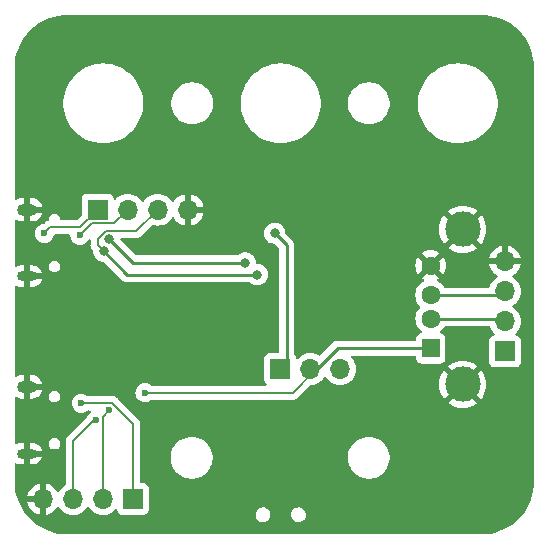
<source format=gbr>
%TF.GenerationSoftware,KiCad,Pcbnew,7.0.6*%
%TF.CreationDate,2023-09-17T17:39:24+01:00*%
%TF.ProjectId,working,776f726b-696e-4672-9e6b-696361645f70,rev?*%
%TF.SameCoordinates,Original*%
%TF.FileFunction,Copper,L2,Bot*%
%TF.FilePolarity,Positive*%
%FSLAX46Y46*%
G04 Gerber Fmt 4.6, Leading zero omitted, Abs format (unit mm)*
G04 Created by KiCad (PCBNEW 7.0.6) date 2023-09-17 17:39:24*
%MOMM*%
%LPD*%
G01*
G04 APERTURE LIST*
%TA.AperFunction,ComponentPad*%
%ADD10R,1.700000X1.700000*%
%TD*%
%TA.AperFunction,ComponentPad*%
%ADD11O,1.700000X1.700000*%
%TD*%
%TA.AperFunction,ComponentPad*%
%ADD12R,1.500000X1.600000*%
%TD*%
%TA.AperFunction,ComponentPad*%
%ADD13C,1.600000*%
%TD*%
%TA.AperFunction,ComponentPad*%
%ADD14C,3.000000*%
%TD*%
%TA.AperFunction,ComponentPad*%
%ADD15O,1.700000X1.000000*%
%TD*%
%TA.AperFunction,ComponentPad*%
%ADD16O,1.700000X0.850000*%
%TD*%
%TA.AperFunction,ViaPad*%
%ADD17C,0.600000*%
%TD*%
%TA.AperFunction,ViaPad*%
%ADD18C,0.800000*%
%TD*%
%TA.AperFunction,Conductor*%
%ADD19C,0.200000*%
%TD*%
%TA.AperFunction,Conductor*%
%ADD20C,0.250000*%
%TD*%
G04 APERTURE END LIST*
D10*
%TO.P,SW2,1,A*%
%TO.N,/select*%
X-40000Y-7500000D03*
D11*
%TO.P,SW2,2,B*%
%TO.N,+5V*%
X2500000Y-7500000D03*
%TO.P,SW2,3,C*%
%TO.N,/slide_switch_out_2*%
X5040000Y-7500000D03*
%TD*%
D10*
%TO.P,J4,1,Pin_1*%
%TO.N,/5v_in_2_zz*%
X-12500000Y-18500000D03*
D11*
%TO.P,J4,2,Pin_2*%
%TO.N,/usb_negative_secondary_1*%
X-15040000Y-18500000D03*
%TO.P,J4,3,Pin_3*%
%TO.N,/usb_positive_secondary_1*%
X-17580000Y-18500000D03*
%TO.P,J4,4,Pin_4*%
%TO.N,GND*%
X-20120000Y-18500000D03*
%TD*%
D10*
%TO.P,J3,1,Pin_1*%
%TO.N,/5v_in_1_zz*%
X-15500000Y6000000D03*
D11*
%TO.P,J3,2,Pin_2*%
%TO.N,/usb_negative_secondary_2*%
X-12960000Y6000000D03*
%TO.P,J3,3,Pin_3*%
%TO.N,/usb_positive_secondary_2*%
X-10420000Y6000000D03*
%TO.P,J3,4,Pin_4*%
%TO.N,GND*%
X-7880000Y6000000D03*
%TD*%
%TO.P,J1,4,Pin_4*%
%TO.N,GND*%
X19000000Y1620000D03*
%TO.P,J1,3,Pin_3*%
%TO.N,/usb_positive_main*%
X19000000Y-920000D03*
%TO.P,J1,2,Pin_2*%
%TO.N,/usb_negative_main*%
X19000000Y-3460000D03*
D10*
%TO.P,J1,1,Pin_1*%
%TO.N,+5V*%
X19000000Y-6000000D03*
%TD*%
D12*
%TO.P,CON3,1,VBUS*%
%TO.N,+5V*%
X12700000Y-5730000D03*
D13*
%TO.P,CON3,2,D-*%
%TO.N,/usb_negative_main*%
X12700000Y-3230000D03*
%TO.P,CON3,3,D+*%
%TO.N,/usb_positive_main*%
X12700000Y-1230000D03*
%TO.P,CON3,4,GND*%
%TO.N,GND*%
X12700000Y1270000D03*
D14*
%TO.P,CON3,5,Shield*%
X15410000Y-8800000D03*
X15410000Y4340000D03*
%TD*%
D15*
%TO.P,CON1,6,Shield*%
%TO.N,GND*%
X-21500000Y6000000D03*
D16*
X-21500000Y350000D03*
%TD*%
D15*
%TO.P,CON2,6,Shield*%
%TO.N,GND*%
X-21500000Y-9000000D03*
D16*
X-21500000Y-14650000D03*
%TD*%
D17*
%TO.N,/5v_in_2_zz*%
X-16900000Y-10400000D03*
%TO.N,/usb_positive_secondary_1*%
X-15639500Y-11812277D03*
%TO.N,/usb_negative_secondary_1*%
X-14500000Y-11000000D03*
%TO.N,/usb_negative_secondary_2*%
X-17000000Y3825000D03*
%TO.N,/5v_in_1_zz*%
X-20000000Y4000000D03*
%TO.N,+5V*%
X-11500000Y-9500000D03*
D18*
%TO.N,GND*%
X4000000Y224500D03*
D17*
X-17000000Y2000000D03*
D18*
%TO.N,/usb_negative_secondary_2*%
X-14500000Y3500000D03*
X-3000000Y1500000D03*
%TO.N,/usb_positive_secondary_2*%
X-2000000Y500000D03*
X-15000000Y2500000D03*
%TO.N,/select*%
X-500000Y4000000D03*
%TD*%
D19*
%TO.N,/5v_in_2_zz*%
X-17000000Y-10500000D02*
X-16900000Y-10400000D01*
X-14251471Y-10400000D02*
X-16900000Y-10400000D01*
X-12500000Y-12151471D02*
X-14251471Y-10400000D01*
X-12500000Y-18500000D02*
X-12500000Y-12151471D01*
%TO.N,/usb_positive_secondary_1*%
X-17580000Y-13580000D02*
X-15639500Y-11639500D01*
X-17580000Y-18500000D02*
X-17580000Y-13580000D01*
X-15639500Y-11639500D02*
X-15639500Y-11812277D01*
%TO.N,/usb_negative_secondary_1*%
X-15040000Y-11540000D02*
X-14500000Y-11000000D01*
X-15040000Y-18500000D02*
X-15040000Y-11540000D01*
%TO.N,/usb_positive_secondary_2*%
X-15500000Y3489950D02*
X-15500000Y3000000D01*
X-14789950Y4200000D02*
X-15500000Y3489950D01*
X-12220000Y4200000D02*
X-14789950Y4200000D01*
X-10420000Y6000000D02*
X-12220000Y4200000D01*
X-15500000Y3000000D02*
X-15000000Y2500000D01*
%TO.N,/usb_negative_secondary_2*%
X-17000000Y4000000D02*
X-17000000Y3825000D01*
X-16000000Y4850000D02*
X-16850000Y4000000D01*
X-14110000Y4850000D02*
X-16000000Y4850000D01*
X-16850000Y4000000D02*
X-17000000Y4000000D01*
X-12960000Y6000000D02*
X-14110000Y4850000D01*
%TO.N,/5v_in_1_zz*%
X-17000000Y4500000D02*
X-19500000Y4500000D01*
X-19500000Y4500000D02*
X-20000000Y4000000D01*
X-15500000Y6000000D02*
X-17000000Y4500000D01*
D20*
%TO.N,/usb_negative_main*%
X18770000Y-3230000D02*
X19000000Y-3460000D01*
X12700000Y-3230000D02*
X18770000Y-3230000D01*
%TO.N,/usb_positive_main*%
X18690000Y-1230000D02*
X19000000Y-920000D01*
X12700000Y-1230000D02*
X18690000Y-1230000D01*
D19*
%TO.N,+5V*%
X3000000Y-7500000D02*
X1000000Y-9500000D01*
X1000000Y-9500000D02*
X-11500000Y-9500000D01*
D20*
X4810000Y-5730000D02*
X12700000Y-5730000D01*
X3040000Y-7500000D02*
X4810000Y-5730000D01*
%TO.N,/usb_negative_secondary_2*%
X-14500000Y3500000D02*
X-12500000Y1500000D01*
X-12500000Y1500000D02*
X-3000000Y1500000D01*
%TO.N,/usb_positive_secondary_2*%
X-15000000Y2500000D02*
X-13000000Y500000D01*
X-13000000Y500000D02*
X-2000000Y500000D01*
%TO.N,/select*%
X500000Y3000000D02*
X500000Y-7500000D01*
X-500000Y4000000D02*
X500000Y3000000D01*
%TD*%
%TA.AperFunction,Conductor*%
%TO.N,GND*%
G36*
X17354467Y22482472D02*
G01*
X17358770Y22482095D01*
X17743657Y22431424D01*
X17747912Y22430674D01*
X18126906Y22346653D01*
X18131080Y22345535D01*
X18501324Y22228797D01*
X18505384Y22227320D01*
X18864042Y22078759D01*
X18867958Y22076934D01*
X19212294Y21897684D01*
X19216036Y21895523D01*
X19543457Y21686933D01*
X19546996Y21684455D01*
X19854972Y21448136D01*
X19858282Y21445359D01*
X20144507Y21183082D01*
X20147562Y21180027D01*
X20409822Y20893822D01*
X20412599Y20890512D01*
X20648923Y20582529D01*
X20651401Y20578990D01*
X20859991Y20251569D01*
X20862152Y20247827D01*
X21041402Y19903491D01*
X21043227Y19899575D01*
X21191789Y19540917D01*
X21193266Y19536857D01*
X21310004Y19166614D01*
X21311122Y19162440D01*
X21395143Y18783445D01*
X21395893Y18779190D01*
X21446565Y18394304D01*
X21446942Y18390000D01*
X21463966Y18000091D01*
X21463966Y-17000000D01*
X21446938Y-17390000D01*
X21446561Y-17394304D01*
X21395889Y-17779190D01*
X21395139Y-17783445D01*
X21311118Y-18162439D01*
X21310000Y-18166613D01*
X21193262Y-18536856D01*
X21191785Y-18540916D01*
X21043224Y-18899573D01*
X21041398Y-18903489D01*
X20862148Y-19247825D01*
X20859987Y-19251567D01*
X20651398Y-19578987D01*
X20648920Y-19582527D01*
X20412601Y-19890504D01*
X20409824Y-19893814D01*
X20147548Y-20180036D01*
X20144493Y-20183091D01*
X20127190Y-20198946D01*
X19858283Y-20445354D01*
X19854977Y-20448128D01*
X19546994Y-20684452D01*
X19543454Y-20686930D01*
X19216034Y-20895519D01*
X19212292Y-20897680D01*
X18867956Y-21076930D01*
X18864040Y-21078755D01*
X18505383Y-21227316D01*
X18501323Y-21228793D01*
X18131079Y-21345531D01*
X18126905Y-21346649D01*
X17747911Y-21430670D01*
X17743656Y-21431420D01*
X17358770Y-21482091D01*
X17354467Y-21482468D01*
X16964374Y-21499500D01*
X-18035534Y-21499500D01*
X-18425534Y-21482472D01*
X-18429838Y-21482095D01*
X-18814724Y-21431423D01*
X-18818979Y-21430673D01*
X-19197973Y-21346652D01*
X-19202147Y-21345534D01*
X-19572391Y-21228796D01*
X-19576451Y-21227319D01*
X-19935108Y-21078758D01*
X-19939024Y-21076932D01*
X-20283360Y-20897682D01*
X-20287102Y-20895521D01*
X-20614522Y-20686932D01*
X-20618062Y-20684454D01*
X-20926045Y-20448130D01*
X-20929355Y-20445353D01*
X-21198262Y-20198945D01*
X-21215571Y-20183083D01*
X-21218622Y-20180033D01*
X-21431115Y-19948138D01*
X-21480893Y-19893814D01*
X-21483664Y-19890511D01*
X-21719988Y-19582528D01*
X-21722466Y-19578988D01*
X-21931055Y-19251568D01*
X-21933216Y-19247826D01*
X-22112466Y-18903490D01*
X-22114292Y-18899574D01*
X-22176248Y-18750000D01*
X-21450636Y-18750000D01*
X-21393430Y-18963489D01*
X-21293600Y-19177577D01*
X-21158113Y-19371073D01*
X-20991073Y-19538113D01*
X-20797577Y-19673600D01*
X-20583490Y-19773430D01*
X-20370000Y-19830633D01*
X-20370000Y-18935501D01*
X-20262315Y-18984680D01*
X-20155763Y-19000000D01*
X-20084237Y-19000000D01*
X-19977685Y-18984680D01*
X-19870000Y-18935501D01*
X-19870000Y-19830634D01*
X-19656509Y-19773430D01*
X-19442422Y-19673600D01*
X-19248926Y-19538113D01*
X-19081886Y-19371073D01*
X-18946399Y-19177577D01*
X-18940001Y-19163856D01*
X-18898273Y-19119108D01*
X-18838212Y-19107433D01*
X-18782759Y-19133291D01*
X-18760551Y-19163857D01*
X-18754035Y-19177830D01*
X-18618495Y-19371401D01*
X-18451401Y-19538495D01*
X-18257830Y-19674035D01*
X-18043663Y-19773903D01*
X-17815408Y-19835063D01*
X-17815401Y-19835063D01*
X-17815400Y-19835064D01*
X-17580004Y-19855659D01*
X-17580000Y-19855659D01*
X-17579996Y-19855659D01*
X-17344599Y-19835064D01*
X-17344596Y-19835063D01*
X-17344592Y-19835063D01*
X-17116337Y-19773903D01*
X-16902170Y-19674035D01*
X-16708599Y-19538495D01*
X-16541505Y-19371401D01*
X-16540807Y-19370405D01*
X-16435028Y-19219336D01*
X-16405965Y-19177830D01*
X-16399724Y-19164447D01*
X-16357997Y-19119700D01*
X-16297936Y-19108025D01*
X-16242483Y-19133883D01*
X-16220275Y-19164447D01*
X-16214035Y-19177830D01*
X-16078495Y-19371401D01*
X-15911401Y-19538495D01*
X-15717830Y-19674035D01*
X-15503663Y-19773903D01*
X-15275408Y-19835063D01*
X-15275401Y-19835063D01*
X-15275400Y-19835064D01*
X-15040004Y-19855659D01*
X-15040000Y-19855659D01*
X-15039996Y-19855659D01*
X-14804599Y-19835064D01*
X-14804596Y-19835063D01*
X-14804592Y-19835063D01*
X-14576337Y-19773903D01*
X-14362170Y-19674035D01*
X-14168599Y-19538495D01*
X-14014042Y-19383938D01*
X-13959528Y-19356163D01*
X-13899096Y-19365734D01*
X-13855831Y-19408999D01*
X-13845608Y-19443364D01*
X-13844091Y-19457483D01*
X-13793796Y-19592331D01*
X-13707546Y-19707546D01*
X-13592331Y-19793796D01*
X-13592329Y-19793796D01*
X-13592329Y-19793797D01*
X-13527356Y-19818030D01*
X-13457483Y-19844091D01*
X-13397873Y-19850500D01*
X-11602128Y-19850499D01*
X-11542517Y-19844091D01*
X-11542514Y-19844090D01*
X-11407670Y-19793797D01*
X-11403148Y-19790412D01*
X-2129227Y-19790412D01*
X-2119304Y-19948138D01*
X-2070467Y-20098441D01*
X-1985786Y-20231877D01*
X-1870582Y-20340062D01*
X-1732092Y-20416197D01*
X-1579019Y-20455500D01*
X-1579018Y-20455500D01*
X-1460649Y-20455500D01*
X-1343213Y-20440665D01*
X-1343210Y-20440664D01*
X-1343208Y-20440664D01*
X-1196268Y-20382486D01*
X-1068412Y-20289594D01*
X-967676Y-20167823D01*
X-900385Y-20024825D01*
X-870773Y-19869593D01*
X-870772Y-19869588D01*
X-875754Y-19790408D01*
X870772Y-19790408D01*
X880695Y-19948134D01*
X929533Y-20098443D01*
X993315Y-20198946D01*
X1014214Y-20231877D01*
X1129418Y-20340062D01*
X1267908Y-20416197D01*
X1420981Y-20455500D01*
X1420982Y-20455500D01*
X1539351Y-20455500D01*
X1656786Y-20440665D01*
X1656787Y-20440664D01*
X1656792Y-20440664D01*
X1803732Y-20382486D01*
X1931587Y-20289594D01*
X2032324Y-20167823D01*
X2099614Y-20024826D01*
X2129227Y-19869588D01*
X2119304Y-19711862D01*
X2070467Y-19561559D01*
X2070466Y-19561558D01*
X2070466Y-19561556D01*
X1985786Y-19428123D01*
X1985786Y-19428122D01*
X1870582Y-19319938D01*
X1732092Y-19243803D01*
X1732091Y-19243802D01*
X1732090Y-19243802D01*
X1579020Y-19204500D01*
X1579019Y-19204500D01*
X1460650Y-19204500D01*
X1460649Y-19204500D01*
X1343213Y-19219334D01*
X1343206Y-19219336D01*
X1196269Y-19277513D01*
X1196268Y-19277513D01*
X1068412Y-19370405D01*
X967676Y-19492176D01*
X900385Y-19635174D01*
X870772Y-19790408D01*
X-875754Y-19790408D01*
X-880695Y-19711865D01*
X-929533Y-19561556D01*
X-1014213Y-19428123D01*
X-1129419Y-19319937D01*
X-1267909Y-19243802D01*
X-1420979Y-19204500D01*
X-1420981Y-19204500D01*
X-1539350Y-19204500D01*
X-1539351Y-19204500D01*
X-1656786Y-19219334D01*
X-1656793Y-19219336D01*
X-1803730Y-19277513D01*
X-1803731Y-19277513D01*
X-1931587Y-19370405D01*
X-2003627Y-19457488D01*
X-2032324Y-19492177D01*
X-2074840Y-19582527D01*
X-2099614Y-19635174D01*
X-2129227Y-19790408D01*
X-2129226Y-19790411D01*
X-2129227Y-19790412D01*
X-11403148Y-19790412D01*
X-11292458Y-19707549D01*
X-11292457Y-19707548D01*
X-11292454Y-19707546D01*
X-11292450Y-19707541D01*
X-11206202Y-19592329D01*
X-11155910Y-19457488D01*
X-11155908Y-19457477D01*
X-11149500Y-19397870D01*
X-11149500Y-17602133D01*
X-11149501Y-17602129D01*
X-11155908Y-17542519D01*
X-11155909Y-17542514D01*
X-11206202Y-17407670D01*
X-11292450Y-17292458D01*
X-11292458Y-17292450D01*
X-11407670Y-17206202D01*
X-11542511Y-17155910D01*
X-11542522Y-17155908D01*
X-11577636Y-17152133D01*
X-11602127Y-17149500D01*
X-11602130Y-17149500D01*
X-11800500Y-17149500D01*
X-11858691Y-17130593D01*
X-11894655Y-17081093D01*
X-11899500Y-17050500D01*
X-11899500Y-15133055D01*
X-9311034Y-15133055D01*
X-9271373Y-15396194D01*
X-9192935Y-15650482D01*
X-9077474Y-15890239D01*
X-8927569Y-16110110D01*
X-8746567Y-16305183D01*
X-8538514Y-16471101D01*
X-8308055Y-16604156D01*
X-8060339Y-16701377D01*
X-7800901Y-16760593D01*
X-7710480Y-16767368D01*
X-7601982Y-16775500D01*
X-7601976Y-16775500D01*
X-7469086Y-16775500D01*
X-7349737Y-16766555D01*
X-7270167Y-16760593D01*
X-7010729Y-16701377D01*
X-7010728Y-16701376D01*
X-7010725Y-16701376D01*
X-6858066Y-16641461D01*
X-6763013Y-16604156D01*
X-6763004Y-16604151D01*
X-6763000Y-16604149D01*
X-6532552Y-16471100D01*
X-6324498Y-16305181D01*
X-6143504Y-16110116D01*
X-6143502Y-16110113D01*
X-6143499Y-16110110D01*
X-5993594Y-15890240D01*
X-5878133Y-15650482D01*
X-5854849Y-15574998D01*
X-5799696Y-15396198D01*
X-5799694Y-15396189D01*
X-5760034Y-15133058D01*
X5688966Y-15133058D01*
X5728626Y-15396189D01*
X5728628Y-15396198D01*
X5783781Y-15574998D01*
X5807065Y-15650482D01*
X5922526Y-15890239D01*
X6072431Y-16110110D01*
X6072434Y-16110113D01*
X6072436Y-16110116D01*
X6253430Y-16305181D01*
X6461484Y-16471100D01*
X6691932Y-16604149D01*
X6691936Y-16604151D01*
X6691945Y-16604156D01*
X6786998Y-16641461D01*
X6939657Y-16701376D01*
X6939660Y-16701376D01*
X6939661Y-16701377D01*
X7199099Y-16760593D01*
X7278669Y-16766555D01*
X7398018Y-16775500D01*
X7398024Y-16775500D01*
X7530914Y-16775500D01*
X7639412Y-16767368D01*
X7729833Y-16760593D01*
X7989271Y-16701377D01*
X8236987Y-16604156D01*
X8467446Y-16471101D01*
X8675499Y-16305183D01*
X8856501Y-16110110D01*
X9006406Y-15890240D01*
X9121867Y-15650482D01*
X9200305Y-15396194D01*
X9239966Y-15133055D01*
X9239966Y-14866945D01*
X9200305Y-14603806D01*
X9121867Y-14349518D01*
X9006406Y-14109761D01*
X8856501Y-13889890D01*
X8856495Y-13889883D01*
X8675501Y-13694818D01*
X8467447Y-13528899D01*
X8236999Y-13395850D01*
X8236990Y-13395845D01*
X8236987Y-13395844D01*
X8236983Y-13395842D01*
X8236980Y-13395841D01*
X7989274Y-13298623D01*
X7729834Y-13239407D01*
X7729828Y-13239406D01*
X7530914Y-13224500D01*
X7530908Y-13224500D01*
X7398024Y-13224500D01*
X7398018Y-13224500D01*
X7199103Y-13239406D01*
X7199097Y-13239407D01*
X6939657Y-13298623D01*
X6691951Y-13395841D01*
X6691932Y-13395850D01*
X6461484Y-13528899D01*
X6253430Y-13694818D01*
X6072436Y-13889883D01*
X6072431Y-13889889D01*
X6072431Y-13889890D01*
X5922526Y-14109760D01*
X5922526Y-14109761D01*
X5922522Y-14109767D01*
X5807065Y-14349517D01*
X5728628Y-14603801D01*
X5728626Y-14603810D01*
X5688966Y-14866941D01*
X5688966Y-15133058D01*
X-5760034Y-15133058D01*
X-5760034Y-14866941D01*
X-5799694Y-14603810D01*
X-5799696Y-14603801D01*
X-5878133Y-14349517D01*
X-5993590Y-14109768D01*
X-5993592Y-14109764D01*
X-5993594Y-14109761D01*
X-6143499Y-13889890D01*
X-6143499Y-13889889D01*
X-6143504Y-13889883D01*
X-6324498Y-13694818D01*
X-6532552Y-13528899D01*
X-6763000Y-13395850D01*
X-6763019Y-13395841D01*
X-7010725Y-13298623D01*
X-7270165Y-13239407D01*
X-7270171Y-13239406D01*
X-7469086Y-13224500D01*
X-7469092Y-13224500D01*
X-7601976Y-13224500D01*
X-7601982Y-13224500D01*
X-7800896Y-13239406D01*
X-7800902Y-13239407D01*
X-8060342Y-13298623D01*
X-8308048Y-13395841D01*
X-8308051Y-13395842D01*
X-8308055Y-13395844D01*
X-8308058Y-13395845D01*
X-8308067Y-13395850D01*
X-8538515Y-13528899D01*
X-8746569Y-13694818D01*
X-8927563Y-13889883D01*
X-8927569Y-13889890D01*
X-9077474Y-14109760D01*
X-9192935Y-14349518D01*
X-9271373Y-14603806D01*
X-9311034Y-14866945D01*
X-9311034Y-15133055D01*
X-11899500Y-15133055D01*
X-11899500Y-12194079D01*
X-11899076Y-12187611D01*
X-11894318Y-12151471D01*
X-11894318Y-12151470D01*
X-11914955Y-11994712D01*
X-11914957Y-11994704D01*
X-11975462Y-11848632D01*
X-11975465Y-11848627D01*
X-11996255Y-11821533D01*
X-12008509Y-11805565D01*
X-12037070Y-11768342D01*
X-12071714Y-11723193D01*
X-12071719Y-11723188D01*
X-12100638Y-11700996D01*
X-12105510Y-11696724D01*
X-13796724Y-10005510D01*
X-13800996Y-10000638D01*
X-13813319Y-9984580D01*
X-13823189Y-9971718D01*
X-13823191Y-9971716D01*
X-13823194Y-9971713D01*
X-13948632Y-9875462D01*
X-14094704Y-9814957D01*
X-14094712Y-9814955D01*
X-14212110Y-9799500D01*
X-14251471Y-9794318D01*
X-14251472Y-9794318D01*
X-14287612Y-9799076D01*
X-14294080Y-9799500D01*
X-16327415Y-9799500D01*
X-16385606Y-9780593D01*
X-16397412Y-9770509D01*
X-16397738Y-9770184D01*
X-16397738Y-9770183D01*
X-16397741Y-9770181D01*
X-16550476Y-9674211D01*
X-16720738Y-9614633D01*
X-16720742Y-9614632D01*
X-16900000Y-9594435D01*
X-17079257Y-9614632D01*
X-17079261Y-9614633D01*
X-17249522Y-9674211D01*
X-17249523Y-9674211D01*
X-17402258Y-9770181D01*
X-17402259Y-9770182D01*
X-17402262Y-9770184D01*
X-17529816Y-9897738D01*
X-17529817Y-9897740D01*
X-17529818Y-9897741D01*
X-17610760Y-10026560D01*
X-17625789Y-10050478D01*
X-17685368Y-10220745D01*
X-17705565Y-10400000D01*
X-17685368Y-10579255D01*
X-17625789Y-10749522D01*
X-17529816Y-10902262D01*
X-17402262Y-11029816D01*
X-17249522Y-11125789D01*
X-17101859Y-11177458D01*
X-17088815Y-11182023D01*
X-17079255Y-11185368D01*
X-16900000Y-11205565D01*
X-16720745Y-11185368D01*
X-16720742Y-11185367D01*
X-16720738Y-11185366D01*
X-16651145Y-11161014D01*
X-16550478Y-11125789D01*
X-16397738Y-11029816D01*
X-16397416Y-11029494D01*
X-16397192Y-11029380D01*
X-16393395Y-11026352D01*
X-16392774Y-11027129D01*
X-16342902Y-11001719D01*
X-16327415Y-11000500D01*
X-16195810Y-11000500D01*
X-16137619Y-11019407D01*
X-16101655Y-11068907D01*
X-16101655Y-11130093D01*
X-16137619Y-11179593D01*
X-16141213Y-11182023D01*
X-16141758Y-11182458D01*
X-16141759Y-11182459D01*
X-16141762Y-11182461D01*
X-16269316Y-11310015D01*
X-16269317Y-11310017D01*
X-16269318Y-11310018D01*
X-16365287Y-11462751D01*
X-16365287Y-11462752D01*
X-16365289Y-11462755D01*
X-16386513Y-11523412D01*
X-16409954Y-11560719D01*
X-17974491Y-13125255D01*
X-17979365Y-13129529D01*
X-18008276Y-13151713D01*
X-18008277Y-13151714D01*
X-18008282Y-13151718D01*
X-18032450Y-13183215D01*
X-18104536Y-13277159D01*
X-18165044Y-13423238D01*
X-18165044Y-13423241D01*
X-18185682Y-13579999D01*
X-18185682Y-13580000D01*
X-18180924Y-13616140D01*
X-18180500Y-13622608D01*
X-18180500Y-17226836D01*
X-18199407Y-17285027D01*
X-18237657Y-17316558D01*
X-18257829Y-17325965D01*
X-18258447Y-17326398D01*
X-18451396Y-17461501D01*
X-18451397Y-17461502D01*
X-18451401Y-17461505D01*
X-18618495Y-17628599D01*
X-18723939Y-17779190D01*
X-18754036Y-17822173D01*
X-18754038Y-17822177D01*
X-18760552Y-17836145D01*
X-18802281Y-17880893D01*
X-18862342Y-17892567D01*
X-18917795Y-17866708D01*
X-18940000Y-17836146D01*
X-18946398Y-17822424D01*
X-19081886Y-17628926D01*
X-19248926Y-17461886D01*
X-19442422Y-17326399D01*
X-19656510Y-17226569D01*
X-19870000Y-17169364D01*
X-19870000Y-18064498D01*
X-19977685Y-18015320D01*
X-20084237Y-18000000D01*
X-20155763Y-18000000D01*
X-20262315Y-18015320D01*
X-20370000Y-18064498D01*
X-20370000Y-17169364D01*
X-20583494Y-17226570D01*
X-20797567Y-17326394D01*
X-20797575Y-17326398D01*
X-20991073Y-17461886D01*
X-21158113Y-17628926D01*
X-21293601Y-17822424D01*
X-21293605Y-17822432D01*
X-21393429Y-18036505D01*
X-21450636Y-18250000D01*
X-20553686Y-18250000D01*
X-20579493Y-18290156D01*
X-20620000Y-18428111D01*
X-20620000Y-18571889D01*
X-20579493Y-18709844D01*
X-20553686Y-18750000D01*
X-21450636Y-18750000D01*
X-22176248Y-18750000D01*
X-22262853Y-18540917D01*
X-22264330Y-18536857D01*
X-22381068Y-18166613D01*
X-22382186Y-18162439D01*
X-22466207Y-17783445D01*
X-22466957Y-17779190D01*
X-22517629Y-17394304D01*
X-22518006Y-17390000D01*
X-22535034Y-17000000D01*
X-22535034Y-15537367D01*
X-22516127Y-15479176D01*
X-22466627Y-15443212D01*
X-22405441Y-15443212D01*
X-22386533Y-15451631D01*
X-22303308Y-15499681D01*
X-22118379Y-15559769D01*
X-21973476Y-15574999D01*
X-21973472Y-15575000D01*
X-21750001Y-15575000D01*
X-21750000Y-15574999D01*
X-21750000Y-14900000D01*
X-21249999Y-14900000D01*
X-21250000Y-14900001D01*
X-21250000Y-15574998D01*
X-21249999Y-15575000D01*
X-21026528Y-15575000D01*
X-21026523Y-15574999D01*
X-20881620Y-15559769D01*
X-20696691Y-15499681D01*
X-20696686Y-15499679D01*
X-20528307Y-15402464D01*
X-20528301Y-15402460D01*
X-20383809Y-15272359D01*
X-20383808Y-15272358D01*
X-20269512Y-15115044D01*
X-20269508Y-15115037D01*
X-20190428Y-14937419D01*
X-20190426Y-14937411D01*
X-20182474Y-14900000D01*
X-21125376Y-14900000D01*
X-21052455Y-14885495D01*
X-20969760Y-14830240D01*
X-20914505Y-14747545D01*
X-20895102Y-14650000D01*
X-20914505Y-14552455D01*
X-20969760Y-14469760D01*
X-21052455Y-14414505D01*
X-21125376Y-14400000D01*
X-20182474Y-14400000D01*
X-20190426Y-14362588D01*
X-20190427Y-14362584D01*
X-20269510Y-14184959D01*
X-20269512Y-14184956D01*
X-20383809Y-14027640D01*
X-20528301Y-13897539D01*
X-20528307Y-13897535D01*
X-20535526Y-13893367D01*
X-19625500Y-13893367D01*
X-19586978Y-14024561D01*
X-19513055Y-14139589D01*
X-19409718Y-14229130D01*
X-19347529Y-14257530D01*
X-19285345Y-14285930D01*
X-19285343Y-14285930D01*
X-19285342Y-14285931D01*
X-19285337Y-14285931D01*
X-19285336Y-14285932D01*
X-19184016Y-14300500D01*
X-19184011Y-14300500D01*
X-19115984Y-14300500D01*
X-19014663Y-14285932D01*
X-19014659Y-14285931D01*
X-19014658Y-14285931D01*
X-19014657Y-14285930D01*
X-19014654Y-14285930D01*
X-18890284Y-14229131D01*
X-18890283Y-14229130D01*
X-18890282Y-14229130D01*
X-18786945Y-14139589D01*
X-18713022Y-14024561D01*
X-18674500Y-13893367D01*
X-18674500Y-13756633D01*
X-18674500Y-13756632D01*
X-18674500Y-13756631D01*
X-18713021Y-13625441D01*
X-18713022Y-13625439D01*
X-18786945Y-13510411D01*
X-18786946Y-13510410D01*
X-18890284Y-13420868D01*
X-19014654Y-13364069D01*
X-19014663Y-13364067D01*
X-19115984Y-13349500D01*
X-19115989Y-13349500D01*
X-19184011Y-13349500D01*
X-19184016Y-13349500D01*
X-19285336Y-13364067D01*
X-19285345Y-13364069D01*
X-19409715Y-13420868D01*
X-19409716Y-13420869D01*
X-19409718Y-13420870D01*
X-19513055Y-13510411D01*
X-19586978Y-13625439D01*
X-19625500Y-13756633D01*
X-19625500Y-13893367D01*
X-20535526Y-13893367D01*
X-20696686Y-13800320D01*
X-20696691Y-13800318D01*
X-20881620Y-13740230D01*
X-21026523Y-13725000D01*
X-21249999Y-13725000D01*
X-21250000Y-13725001D01*
X-21250000Y-14399998D01*
X-21249999Y-14400000D01*
X-21750000Y-14400000D01*
X-21750000Y-13725001D01*
X-21750001Y-13725000D01*
X-21973476Y-13725000D01*
X-22118379Y-13740230D01*
X-22303308Y-13800318D01*
X-22303313Y-13800320D01*
X-22386534Y-13848368D01*
X-22446382Y-13861090D01*
X-22502278Y-13836203D01*
X-22532871Y-13783215D01*
X-22535034Y-13762632D01*
X-22535034Y-9931106D01*
X-22516127Y-9872915D01*
X-22466627Y-9836951D01*
X-22405441Y-9836951D01*
X-22379478Y-9849851D01*
X-22337812Y-9878851D01*
X-22337801Y-9878857D01*
X-22150905Y-9959060D01*
X-22150902Y-9959061D01*
X-21951696Y-9999999D01*
X-21951689Y-10000000D01*
X-21750001Y-10000000D01*
X-21750000Y-9999999D01*
X-21750000Y-9250000D01*
X-21249999Y-9250000D01*
X-21250000Y-9250001D01*
X-21250000Y-9999999D01*
X-21249999Y-10000000D01*
X-21099286Y-10000000D01*
X-20947664Y-9984581D01*
X-20947662Y-9984580D01*
X-20753608Y-9923696D01*
X-20753607Y-9923695D01*
X-20698966Y-9893367D01*
X-19625500Y-9893367D01*
X-19586978Y-10024561D01*
X-19513055Y-10139589D01*
X-19409718Y-10229130D01*
X-19347529Y-10257530D01*
X-19285345Y-10285930D01*
X-19285343Y-10285930D01*
X-19285342Y-10285931D01*
X-19285337Y-10285931D01*
X-19285336Y-10285932D01*
X-19184016Y-10300500D01*
X-19184011Y-10300500D01*
X-19115984Y-10300500D01*
X-19014663Y-10285932D01*
X-19014659Y-10285931D01*
X-19014658Y-10285931D01*
X-19014657Y-10285930D01*
X-19014654Y-10285930D01*
X-18890284Y-10229131D01*
X-18890283Y-10229130D01*
X-18890282Y-10229130D01*
X-18786945Y-10139589D01*
X-18713022Y-10024561D01*
X-18707428Y-10005510D01*
X-18674500Y-9893368D01*
X-18674500Y-9756631D01*
X-18713021Y-9625441D01*
X-18713022Y-9625439D01*
X-18786945Y-9510411D01*
X-18798960Y-9500000D01*
X-12305565Y-9500000D01*
X-12285368Y-9679255D01*
X-12225789Y-9849522D01*
X-12129816Y-10002262D01*
X-12002262Y-10129816D01*
X-11849522Y-10225789D01*
X-11679255Y-10285368D01*
X-11500000Y-10305565D01*
X-11320745Y-10285368D01*
X-11320742Y-10285367D01*
X-11320738Y-10285366D01*
X-11251145Y-10261014D01*
X-11150478Y-10225789D01*
X-11142450Y-10220745D01*
X-10997741Y-10129818D01*
X-10997740Y-10129817D01*
X-10997738Y-10129816D01*
X-10997416Y-10129494D01*
X-10997192Y-10129380D01*
X-10993395Y-10126352D01*
X-10992774Y-10127129D01*
X-10942902Y-10101719D01*
X-10927415Y-10100500D01*
X957391Y-10100500D01*
X963859Y-10100924D01*
X999999Y-10105682D01*
X1000000Y-10105682D01*
X1000001Y-10105682D01*
X1039361Y-10100500D01*
X1156762Y-10085044D01*
X1302841Y-10024536D01*
X1371675Y-9971718D01*
X1428282Y-9928282D01*
X1450475Y-9899357D01*
X1454744Y-9894490D01*
X1928366Y-9420868D01*
X2467482Y-8881751D01*
X2521997Y-8853976D01*
X2528845Y-8853135D01*
X2642859Y-8843160D01*
X2735400Y-8835064D01*
X2735401Y-8835063D01*
X2735408Y-8835063D01*
X2963663Y-8773903D01*
X3177830Y-8674035D01*
X3371401Y-8538495D01*
X3538495Y-8371401D01*
X3674035Y-8177830D01*
X3680275Y-8164447D01*
X3722003Y-8119700D01*
X3782064Y-8108025D01*
X3837517Y-8133883D01*
X3859724Y-8164447D01*
X3865965Y-8177830D01*
X4001505Y-8371401D01*
X4168599Y-8538495D01*
X4362170Y-8674035D01*
X4576337Y-8773903D01*
X4804592Y-8835063D01*
X4804596Y-8835063D01*
X4804599Y-8835064D01*
X5039996Y-8855659D01*
X5040000Y-8855659D01*
X5040004Y-8855659D01*
X5275400Y-8835064D01*
X5275401Y-8835063D01*
X5275408Y-8835063D01*
X5406270Y-8799999D01*
X13404891Y-8799999D01*
X13425299Y-9085351D01*
X13486113Y-9364908D01*
X13586089Y-9632953D01*
X13586093Y-9632961D01*
X13723188Y-9884033D01*
X13829883Y-10026560D01*
X14439437Y-9417005D01*
X14488348Y-9495999D01*
X14631931Y-9653501D01*
X14790389Y-9773163D01*
X14183437Y-10380116D01*
X14325960Y-10486807D01*
X14325963Y-10486809D01*
X14577038Y-10623906D01*
X14577046Y-10623910D01*
X14845091Y-10723886D01*
X15124648Y-10784700D01*
X15410000Y-10805108D01*
X15695351Y-10784700D01*
X15974908Y-10723886D01*
X16242953Y-10623910D01*
X16242961Y-10623906D01*
X16494036Y-10486809D01*
X16494039Y-10486807D01*
X16636561Y-10380116D01*
X16029609Y-9773164D01*
X16188069Y-9653501D01*
X16331652Y-9495999D01*
X16380561Y-9417006D01*
X16990116Y-10026561D01*
X17096807Y-9884039D01*
X17096809Y-9884036D01*
X17233906Y-9632961D01*
X17233910Y-9632953D01*
X17333886Y-9364908D01*
X17394700Y-9085351D01*
X17415108Y-8800000D01*
X17394700Y-8514648D01*
X17333886Y-8235091D01*
X17233910Y-7967046D01*
X17233906Y-7967038D01*
X17096809Y-7715963D01*
X17096807Y-7715960D01*
X16990116Y-7573437D01*
X16380560Y-8182992D01*
X16331652Y-8104001D01*
X16188069Y-7946499D01*
X16029608Y-7826834D01*
X16636560Y-7219883D01*
X16494033Y-7113188D01*
X16242961Y-6976093D01*
X16242953Y-6976089D01*
X15974908Y-6876113D01*
X15695351Y-6815299D01*
X15410000Y-6794891D01*
X15124648Y-6815299D01*
X14845091Y-6876113D01*
X14577046Y-6976089D01*
X14577038Y-6976093D01*
X14325960Y-7113191D01*
X14325953Y-7113196D01*
X14183437Y-7219882D01*
X14790390Y-7826835D01*
X14631931Y-7946499D01*
X14488348Y-8104001D01*
X14439438Y-8182993D01*
X13829882Y-7573437D01*
X13723196Y-7715953D01*
X13723191Y-7715960D01*
X13586093Y-7967038D01*
X13586089Y-7967046D01*
X13486113Y-8235091D01*
X13425299Y-8514648D01*
X13404891Y-8799999D01*
X5406270Y-8799999D01*
X5503663Y-8773903D01*
X5717830Y-8674035D01*
X5911401Y-8538495D01*
X6078495Y-8371401D01*
X6214035Y-8177830D01*
X6313903Y-7963663D01*
X6375063Y-7735408D01*
X6376143Y-7723063D01*
X6395659Y-7500004D01*
X6395659Y-7499995D01*
X6375064Y-7264599D01*
X6375063Y-7264596D01*
X6375063Y-7264592D01*
X6313903Y-7036337D01*
X6311181Y-7030499D01*
X6214040Y-6822181D01*
X6214036Y-6822173D01*
X6078498Y-6628603D01*
X6078497Y-6628602D01*
X6078495Y-6628599D01*
X5974397Y-6524501D01*
X5946622Y-6469987D01*
X5956193Y-6409555D01*
X5999458Y-6366290D01*
X6044403Y-6355500D01*
X11350501Y-6355500D01*
X11408692Y-6374407D01*
X11444656Y-6423907D01*
X11449501Y-6454500D01*
X11449501Y-6577870D01*
X11455908Y-6637480D01*
X11455909Y-6637485D01*
X11506202Y-6772329D01*
X11568342Y-6855337D01*
X11592454Y-6887546D01*
X11592457Y-6887548D01*
X11592458Y-6887549D01*
X11707670Y-6973797D01*
X11842511Y-7024089D01*
X11842512Y-7024089D01*
X11842517Y-7024091D01*
X11902127Y-7030500D01*
X13497872Y-7030499D01*
X13557483Y-7024091D01*
X13624906Y-6998943D01*
X13692329Y-6973797D01*
X13692329Y-6973796D01*
X13692331Y-6973796D01*
X13807546Y-6887546D01*
X13893796Y-6772331D01*
X13944091Y-6637483D01*
X13950500Y-6577873D01*
X13950499Y-4882128D01*
X13944091Y-4822517D01*
X13932877Y-4792450D01*
X13893797Y-4687670D01*
X13807549Y-4572458D01*
X13807548Y-4572457D01*
X13807546Y-4572454D01*
X13807541Y-4572450D01*
X13692329Y-4486202D01*
X13557488Y-4435910D01*
X13557478Y-4435908D01*
X13549029Y-4435000D01*
X13493193Y-4409979D01*
X13462727Y-4356918D01*
X13469269Y-4296083D01*
X13502828Y-4255471D01*
X13539139Y-4230047D01*
X13700047Y-4069139D01*
X13820077Y-3897715D01*
X13868941Y-3860894D01*
X13901173Y-3855500D01*
X17631967Y-3855500D01*
X17690158Y-3874407D01*
X17724995Y-3920637D01*
X17726092Y-3923652D01*
X17793930Y-4069132D01*
X17825965Y-4137830D01*
X17961505Y-4331401D01*
X18116060Y-4485956D01*
X18143836Y-4540471D01*
X18134265Y-4600903D01*
X18091000Y-4644168D01*
X18056637Y-4654391D01*
X18042517Y-4655909D01*
X18042514Y-4655909D01*
X17907670Y-4706202D01*
X17792458Y-4792450D01*
X17792450Y-4792458D01*
X17706202Y-4907670D01*
X17655910Y-5042511D01*
X17655908Y-5042522D01*
X17649501Y-5102116D01*
X17649500Y-5102128D01*
X17649500Y-6897866D01*
X17649501Y-6897870D01*
X17655908Y-6957480D01*
X17655909Y-6957485D01*
X17706202Y-7092329D01*
X17792450Y-7207541D01*
X17792454Y-7207546D01*
X17792457Y-7207548D01*
X17792458Y-7207549D01*
X17907670Y-7293797D01*
X18042511Y-7344089D01*
X18042512Y-7344089D01*
X18042517Y-7344091D01*
X18102127Y-7350500D01*
X19897872Y-7350499D01*
X19957483Y-7344091D01*
X20024906Y-7318943D01*
X20092329Y-7293797D01*
X20092329Y-7293796D01*
X20092331Y-7293796D01*
X20207546Y-7207546D01*
X20293796Y-7092331D01*
X20316858Y-7030500D01*
X20344089Y-6957488D01*
X20344090Y-6957485D01*
X20344091Y-6957483D01*
X20350500Y-6897873D01*
X20350499Y-5102128D01*
X20344091Y-5042517D01*
X20330285Y-5005500D01*
X20293797Y-4907670D01*
X20207549Y-4792458D01*
X20207548Y-4792457D01*
X20207546Y-4792454D01*
X20207541Y-4792450D01*
X20092329Y-4706202D01*
X19957488Y-4655910D01*
X19957471Y-4655906D01*
X19943358Y-4654389D01*
X19887523Y-4629368D01*
X19857059Y-4576306D01*
X19863602Y-4515471D01*
X19883939Y-4485956D01*
X20038495Y-4331401D01*
X20174035Y-4137830D01*
X20273903Y-3923663D01*
X20335063Y-3695408D01*
X20335064Y-3695400D01*
X20355659Y-3460004D01*
X20355659Y-3459995D01*
X20335064Y-3224599D01*
X20335063Y-3224596D01*
X20335063Y-3224592D01*
X20273903Y-2996337D01*
X20174657Y-2783504D01*
X20174040Y-2782181D01*
X20174036Y-2782173D01*
X20038498Y-2588603D01*
X20038497Y-2588602D01*
X20038495Y-2588599D01*
X19871401Y-2421505D01*
X19871397Y-2421502D01*
X19871396Y-2421501D01*
X19764007Y-2346307D01*
X19677830Y-2285965D01*
X19664447Y-2279724D01*
X19619700Y-2237997D01*
X19608025Y-2177936D01*
X19633883Y-2122483D01*
X19664448Y-2100275D01*
X19677830Y-2094035D01*
X19871401Y-1958495D01*
X20038495Y-1791401D01*
X20174035Y-1597830D01*
X20273903Y-1383663D01*
X20335063Y-1155408D01*
X20348370Y-1003315D01*
X20355659Y-920004D01*
X20355659Y-919995D01*
X20335064Y-684599D01*
X20335063Y-684596D01*
X20335063Y-684592D01*
X20273903Y-456337D01*
X20273901Y-456332D01*
X20174040Y-242181D01*
X20174036Y-242173D01*
X20165475Y-229947D01*
X20074090Y-99434D01*
X20038498Y-48603D01*
X20038497Y-48602D01*
X20038495Y-48599D01*
X19871401Y118495D01*
X19677830Y254035D01*
X19663861Y260549D01*
X19663857Y260551D01*
X19619108Y302279D01*
X19607433Y362340D01*
X19633290Y417793D01*
X19663856Y440001D01*
X19677577Y446399D01*
X19871073Y581886D01*
X20038113Y748926D01*
X20173600Y942422D01*
X20273430Y1156510D01*
X20330636Y1370000D01*
X19433686Y1370000D01*
X19459493Y1410156D01*
X19500000Y1548111D01*
X19500000Y1691889D01*
X19459493Y1829844D01*
X19433686Y1870000D01*
X20330636Y1870000D01*
X20273429Y2083494D01*
X20173605Y2297567D01*
X20173601Y2297575D01*
X20038113Y2491073D01*
X19871073Y2658113D01*
X19677577Y2793600D01*
X19463490Y2893430D01*
X19250000Y2950633D01*
X19250000Y2055501D01*
X19142315Y2104680D01*
X19035763Y2120000D01*
X18964237Y2120000D01*
X18857685Y2104680D01*
X18750000Y2055501D01*
X18750000Y2950634D01*
X18536504Y2893429D01*
X18322432Y2793605D01*
X18322424Y2793601D01*
X18128926Y2658113D01*
X17961886Y2491073D01*
X17826398Y2297575D01*
X17826394Y2297567D01*
X17726570Y2083494D01*
X17669364Y1870000D01*
X18566314Y1870000D01*
X18540507Y1829844D01*
X18500000Y1691889D01*
X18500000Y1548111D01*
X18540507Y1410156D01*
X18566314Y1370000D01*
X17669364Y1370000D01*
X17726569Y1156510D01*
X17826399Y942422D01*
X17961886Y748926D01*
X18128926Y581886D01*
X18322423Y446398D01*
X18322424Y446397D01*
X18336148Y439998D01*
X18380894Y398268D01*
X18392567Y338206D01*
X18366706Y282754D01*
X18336142Y260550D01*
X18322171Y254035D01*
X18319915Y252455D01*
X18147481Y131716D01*
X18128599Y118495D01*
X18042443Y32339D01*
X17961501Y-48603D01*
X17825963Y-242173D01*
X17825959Y-242181D01*
X17726098Y-456331D01*
X17706058Y-531124D01*
X17672733Y-582438D01*
X17615612Y-604364D01*
X17610431Y-604500D01*
X13901173Y-604500D01*
X13842982Y-585593D01*
X13820079Y-562286D01*
X13700047Y-390861D01*
X13539139Y-229953D01*
X13539135Y-229950D01*
X13539132Y-229947D01*
X13539130Y-229946D01*
X13352737Y-99434D01*
X13352733Y-99431D01*
X13327928Y-87864D01*
X13288434Y-69448D01*
X13243688Y-27722D01*
X13232013Y32339D01*
X13257870Y87792D01*
X13288435Y109999D01*
X13352476Y139862D01*
X13352478Y139863D01*
X13425472Y190972D01*
X12810450Y805995D01*
X12835199Y809554D01*
X12959445Y866295D01*
X13062673Y955742D01*
X13136519Y1070649D01*
X13162935Y1160617D01*
X13779026Y544527D01*
X13830134Y617518D01*
X13926266Y823676D01*
X13985142Y1043402D01*
X14004966Y1269996D01*
X14004966Y1270003D01*
X13985142Y1496597D01*
X13926266Y1716323D01*
X13830133Y1922483D01*
X13830133Y1922484D01*
X13779026Y1995471D01*
X13162936Y1379381D01*
X13136519Y1469351D01*
X13062673Y1584258D01*
X12959445Y1673705D01*
X12835199Y1730446D01*
X12810449Y1734004D01*
X13425471Y2349026D01*
X13352484Y2400133D01*
X13146323Y2496266D01*
X12926597Y2555142D01*
X12700003Y2574966D01*
X12699997Y2574966D01*
X12473402Y2555142D01*
X12253676Y2496266D01*
X12047518Y2400134D01*
X11974527Y2349026D01*
X12589548Y1734004D01*
X12564801Y1730446D01*
X12440555Y1673705D01*
X12337327Y1584258D01*
X12263481Y1469351D01*
X12237063Y1379379D01*
X11620972Y1995471D01*
X11569864Y1922480D01*
X11473733Y1716323D01*
X11414857Y1496597D01*
X11395034Y1270003D01*
X11395034Y1269996D01*
X11414857Y1043402D01*
X11473734Y823671D01*
X11569861Y617525D01*
X11569871Y617508D01*
X11620972Y544527D01*
X12237063Y1160618D01*
X12263481Y1070649D01*
X12337327Y955742D01*
X12440555Y866295D01*
X12564801Y809554D01*
X12589549Y805995D01*
X11974527Y190972D01*
X12047508Y139871D01*
X12047521Y139863D01*
X12111565Y109999D01*
X12156313Y68270D01*
X12167987Y8209D01*
X12142128Y-47244D01*
X12111567Y-69447D01*
X12082027Y-83222D01*
X12047266Y-99431D01*
X12047262Y-99434D01*
X11860869Y-229946D01*
X11860867Y-229947D01*
X11699947Y-390867D01*
X11699946Y-390869D01*
X11569434Y-577262D01*
X11569426Y-577276D01*
X11473262Y-783499D01*
X11414363Y-1003315D01*
X11394532Y-1229996D01*
X11394532Y-1230003D01*
X11414363Y-1456684D01*
X11473262Y-1676500D01*
X11569426Y-1882723D01*
X11569434Y-1882737D01*
X11699946Y-2069130D01*
X11699953Y-2069139D01*
X11790810Y-2159997D01*
X11818587Y-2214514D01*
X11809015Y-2274946D01*
X11790810Y-2300003D01*
X11699953Y-2390860D01*
X11699946Y-2390869D01*
X11569434Y-2577262D01*
X11569426Y-2577276D01*
X11473262Y-2783499D01*
X11414363Y-3003315D01*
X11394532Y-3229996D01*
X11394532Y-3230003D01*
X11414363Y-3456684D01*
X11414364Y-3456691D01*
X11414365Y-3456692D01*
X11453629Y-3603227D01*
X11473262Y-3676500D01*
X11569426Y-3882723D01*
X11569434Y-3882737D01*
X11699946Y-4069130D01*
X11699947Y-4069132D01*
X11699950Y-4069135D01*
X11699953Y-4069139D01*
X11860861Y-4230047D01*
X11897170Y-4255471D01*
X11933993Y-4304334D01*
X11935062Y-4365510D01*
X11899968Y-4415631D01*
X11850972Y-4434999D01*
X11842525Y-4435907D01*
X11842514Y-4435909D01*
X11707670Y-4486202D01*
X11592458Y-4572450D01*
X11592450Y-4572458D01*
X11506202Y-4687670D01*
X11455910Y-4822511D01*
X11455908Y-4822522D01*
X11449500Y-4882129D01*
X11449500Y-5005500D01*
X11430593Y-5063691D01*
X11381093Y-5099655D01*
X11350500Y-5104500D01*
X4889983Y-5104500D01*
X4875529Y-5102904D01*
X4875529Y-5102913D01*
X4869330Y-5102326D01*
X4800186Y-5104500D01*
X4770646Y-5104500D01*
X4763179Y-5105442D01*
X4758534Y-5105808D01*
X4711371Y-5107291D01*
X4690244Y-5113429D01*
X4675034Y-5116578D01*
X4653211Y-5119334D01*
X4609340Y-5136703D01*
X4604929Y-5138213D01*
X4559610Y-5151381D01*
X4540673Y-5162580D01*
X4526733Y-5169409D01*
X4506268Y-5177513D01*
X4468085Y-5205252D01*
X4464188Y-5207812D01*
X4423581Y-5231827D01*
X4408021Y-5247387D01*
X4396215Y-5257470D01*
X4378417Y-5270401D01*
X4348338Y-5306758D01*
X4345199Y-5310208D01*
X3325743Y-6329665D01*
X3271226Y-6357442D01*
X3210794Y-6347871D01*
X3198960Y-6340760D01*
X3177830Y-6325965D01*
X3177829Y-6325964D01*
X3177827Y-6325963D01*
X2994891Y-6240659D01*
X2963663Y-6226097D01*
X2735408Y-6164937D01*
X2735407Y-6164936D01*
X2735400Y-6164935D01*
X2500004Y-6144341D01*
X2499996Y-6144341D01*
X2264599Y-6164935D01*
X2036332Y-6226098D01*
X1822181Y-6325959D01*
X1822173Y-6325963D01*
X1628602Y-6461502D01*
X1628598Y-6461505D01*
X1474044Y-6616059D01*
X1419528Y-6643836D01*
X1359096Y-6634265D01*
X1315831Y-6591000D01*
X1305608Y-6556633D01*
X1304091Y-6542522D01*
X1304091Y-6542517D01*
X1273876Y-6461505D01*
X1253797Y-6407670D01*
X1167549Y-6292458D01*
X1167548Y-6292457D01*
X1167546Y-6292454D01*
X1167541Y-6292450D01*
X1167536Y-6292445D01*
X1165165Y-6290670D01*
X1163741Y-6288650D01*
X1162539Y-6287448D01*
X1162747Y-6287239D01*
X1129916Y-6240659D01*
X1125500Y-6211422D01*
X1125500Y2920014D01*
X1127095Y2934464D01*
X1127087Y2934465D01*
X1127673Y2940668D01*
X1125500Y3009828D01*
X1125500Y3039346D01*
X1125500Y3039350D01*
X1124557Y3046805D01*
X1124191Y3051449D01*
X1122710Y3098627D01*
X1116570Y3119758D01*
X1113421Y3134957D01*
X1110664Y3156792D01*
X1093289Y3200674D01*
X1091786Y3205063D01*
X1078618Y3250390D01*
X1067419Y3269325D01*
X1060589Y3283265D01*
X1052486Y3303732D01*
X1024734Y3341928D01*
X1022200Y3345785D01*
X998170Y3386420D01*
X982610Y3401978D01*
X972527Y3413784D01*
X959594Y3431587D01*
X923234Y3461665D01*
X919788Y3464801D01*
X432700Y3951890D01*
X404923Y4006406D01*
X404248Y4011522D01*
X385674Y4188256D01*
X336369Y4340000D01*
X13404891Y4340000D01*
X13425299Y4054648D01*
X13486113Y3775091D01*
X13586089Y3507046D01*
X13586093Y3507038D01*
X13723191Y3255960D01*
X13723196Y3255953D01*
X13829882Y3113437D01*
X14439438Y3722993D01*
X14488348Y3644001D01*
X14631931Y3486499D01*
X14790389Y3366835D01*
X14183437Y2759882D01*
X14325953Y2653196D01*
X14325960Y2653191D01*
X14577038Y2516093D01*
X14577046Y2516089D01*
X14845091Y2416113D01*
X15124648Y2355299D01*
X15409999Y2334891D01*
X15695351Y2355299D01*
X15974908Y2416113D01*
X16242953Y2516089D01*
X16242961Y2516093D01*
X16494033Y2653188D01*
X16636560Y2759883D01*
X16029608Y3366834D01*
X16188069Y3486499D01*
X16331652Y3644001D01*
X16380560Y3722992D01*
X16990116Y3113437D01*
X17096807Y3255960D01*
X17096809Y3255963D01*
X17233906Y3507038D01*
X17233910Y3507046D01*
X17333886Y3775091D01*
X17394700Y4054648D01*
X17415108Y4339999D01*
X17394700Y4625351D01*
X17333886Y4904908D01*
X17233910Y5172953D01*
X17233906Y5172961D01*
X17096809Y5424036D01*
X17096807Y5424039D01*
X16990116Y5566561D01*
X16380561Y4957006D01*
X16331652Y5035999D01*
X16188069Y5193501D01*
X16029609Y5313164D01*
X16636561Y5920116D01*
X16494039Y6026807D01*
X16494036Y6026809D01*
X16242961Y6163906D01*
X16242953Y6163910D01*
X15974908Y6263886D01*
X15695351Y6324700D01*
X15410000Y6345108D01*
X15124648Y6324700D01*
X14845091Y6263886D01*
X14577046Y6163910D01*
X14577038Y6163906D01*
X14325963Y6026809D01*
X14325960Y6026807D01*
X14183437Y5920116D01*
X14790389Y5313163D01*
X14631931Y5193501D01*
X14488348Y5035999D01*
X14439437Y4957005D01*
X13829883Y5566560D01*
X13723188Y5424033D01*
X13586093Y5172961D01*
X13586089Y5172953D01*
X13486113Y4904908D01*
X13425299Y4625351D01*
X13404891Y4340000D01*
X336369Y4340000D01*
X327179Y4368284D01*
X232533Y4532216D01*
X105871Y4672888D01*
X-47270Y4784151D01*
X-220197Y4861144D01*
X-405354Y4900500D01*
X-594646Y4900500D01*
X-779803Y4861144D01*
X-952730Y4784151D01*
X-1105871Y4672888D01*
X-1232533Y4532216D01*
X-1327179Y4368284D01*
X-1385674Y4188256D01*
X-1405460Y4000000D01*
X-1385674Y3811744D01*
X-1327179Y3631716D01*
X-1327176Y3631711D01*
X-1327174Y3631706D01*
X-1302350Y3588710D01*
X-1232533Y3467784D01*
X-1199941Y3431587D01*
X-1105875Y3327116D01*
X-1105870Y3327111D01*
X-1035565Y3276032D01*
X-952730Y3215849D01*
X-952725Y3215847D01*
X-952722Y3215845D01*
X-894673Y3190000D01*
X-779803Y3138856D01*
X-779800Y3138855D01*
X-779799Y3138855D01*
X-761507Y3134967D01*
X-594646Y3099500D01*
X-525098Y3099500D01*
X-466907Y3080593D01*
X-455094Y3070504D01*
X-154496Y2769906D01*
X-126719Y2715389D01*
X-125500Y2699902D01*
X-125500Y-6050503D01*
X-144406Y-6108691D01*
X-193906Y-6144655D01*
X-224499Y-6149500D01*
X-937866Y-6149500D01*
X-937869Y-6149500D01*
X-937872Y-6149501D01*
X-952229Y-6151044D01*
X-997480Y-6155908D01*
X-997485Y-6155909D01*
X-1132329Y-6206202D01*
X-1178357Y-6240659D01*
X-1247546Y-6292454D01*
X-1247548Y-6292457D01*
X-1247549Y-6292458D01*
X-1333797Y-6407670D01*
X-1377373Y-6524504D01*
X-1384091Y-6542517D01*
X-1390500Y-6602127D01*
X-1390499Y-8397872D01*
X-1384091Y-8457483D01*
X-1362770Y-8514648D01*
X-1346850Y-8557333D01*
X-1333796Y-8592331D01*
X-1247546Y-8707546D01*
X-1238080Y-8714632D01*
X-1229244Y-8721247D01*
X-1193991Y-8771256D01*
X-1194865Y-8832435D01*
X-1231532Y-8881416D01*
X-1288573Y-8899500D01*
X-10927415Y-8899500D01*
X-10985606Y-8880593D01*
X-10997412Y-8870509D01*
X-10997738Y-8870184D01*
X-10997738Y-8870183D01*
X-10997741Y-8870181D01*
X-11150476Y-8774211D01*
X-11320738Y-8714633D01*
X-11320742Y-8714632D01*
X-11500000Y-8694435D01*
X-11679257Y-8714632D01*
X-11679261Y-8714633D01*
X-11849522Y-8774211D01*
X-11849523Y-8774211D01*
X-12002258Y-8870181D01*
X-12002259Y-8870182D01*
X-12002262Y-8870184D01*
X-12129816Y-8997738D01*
X-12129817Y-8997740D01*
X-12129818Y-8997741D01*
X-12204163Y-9116061D01*
X-12225789Y-9150478D01*
X-12285368Y-9320745D01*
X-12305565Y-9500000D01*
X-18798960Y-9500000D01*
X-18890284Y-9420868D01*
X-19014654Y-9364069D01*
X-19014663Y-9364067D01*
X-19115984Y-9349500D01*
X-19115989Y-9349500D01*
X-19184011Y-9349500D01*
X-19184016Y-9349500D01*
X-19285336Y-9364067D01*
X-19285345Y-9364069D01*
X-19409715Y-9420868D01*
X-19409716Y-9420869D01*
X-19409718Y-9420870D01*
X-19513055Y-9510411D01*
X-19586978Y-9625439D01*
X-19625500Y-9756633D01*
X-19625500Y-9893367D01*
X-20698966Y-9893367D01*
X-20575795Y-9825002D01*
X-20575780Y-9824991D01*
X-20421474Y-9692525D01*
X-20421463Y-9692513D01*
X-20296980Y-9531693D01*
X-20296979Y-9531691D01*
X-20207413Y-9349097D01*
X-20181754Y-9250000D01*
X-21125376Y-9250000D01*
X-21052455Y-9235495D01*
X-20969760Y-9180240D01*
X-20914505Y-9097545D01*
X-20895102Y-9000000D01*
X-20914505Y-8902455D01*
X-20969760Y-8819760D01*
X-21052455Y-8764505D01*
X-21125376Y-8750000D01*
X-20176633Y-8750000D01*
X-20176632Y-8749999D01*
X-20176930Y-8748059D01*
X-20176930Y-8748058D01*
X-20247566Y-8557333D01*
X-20355147Y-8384735D01*
X-20355152Y-8384729D01*
X-20495266Y-8237330D01*
X-20662187Y-8121148D01*
X-20662198Y-8121142D01*
X-20849094Y-8040939D01*
X-20849097Y-8040938D01*
X-21048303Y-8000000D01*
X-21249999Y-8000000D01*
X-21250000Y-8000001D01*
X-21250000Y-8749999D01*
X-21249999Y-8750000D01*
X-21750000Y-8750000D01*
X-21750000Y-8000000D01*
X-21900714Y-8000000D01*
X-22052335Y-8015418D01*
X-22052337Y-8015419D01*
X-22246391Y-8076303D01*
X-22246392Y-8076304D01*
X-22387989Y-8154896D01*
X-22448044Y-8166605D01*
X-22503511Y-8140778D01*
X-22533204Y-8087281D01*
X-22535034Y-8068336D01*
X-22535034Y-537367D01*
X-22516127Y-479176D01*
X-22466627Y-443212D01*
X-22405441Y-443212D01*
X-22386533Y-451631D01*
X-22303308Y-499681D01*
X-22118379Y-559769D01*
X-21973476Y-574999D01*
X-21973472Y-575000D01*
X-21750001Y-575000D01*
X-21750000Y-574999D01*
X-21750000Y100000D01*
X-21249999Y100000D01*
X-21250000Y99999D01*
X-21250000Y-574998D01*
X-21249999Y-575000D01*
X-21026528Y-575000D01*
X-21026523Y-574999D01*
X-20881620Y-559769D01*
X-20696691Y-499681D01*
X-20696686Y-499679D01*
X-20528307Y-402464D01*
X-20528301Y-402460D01*
X-20383809Y-272359D01*
X-20383808Y-272358D01*
X-20269512Y-115044D01*
X-20269508Y-115037D01*
X-20190428Y62580D01*
X-20190426Y62588D01*
X-20182474Y100000D01*
X-21125376Y100000D01*
X-21052455Y114505D01*
X-20969760Y169760D01*
X-20914505Y252455D01*
X-20895102Y350000D01*
X-20914505Y447545D01*
X-20969760Y530240D01*
X-21052455Y585495D01*
X-21125376Y600000D01*
X-20182474Y600000D01*
X-20190426Y637411D01*
X-20190427Y637415D01*
X-20269510Y815040D01*
X-20269512Y815043D01*
X-20383809Y972359D01*
X-20528301Y1102460D01*
X-20528307Y1102464D01*
X-20535528Y1106633D01*
X-19625500Y1106633D01*
X-19586978Y975439D01*
X-19513055Y860411D01*
X-19409718Y770870D01*
X-19409716Y770869D01*
X-19409715Y770868D01*
X-19285345Y714069D01*
X-19285336Y714067D01*
X-19184016Y699500D01*
X-19184011Y699500D01*
X-19115984Y699500D01*
X-19014663Y714067D01*
X-19014654Y714069D01*
X-18890284Y770868D01*
X-18786946Y860410D01*
X-18781885Y868284D01*
X-18713022Y975439D01*
X-18713021Y975441D01*
X-18674500Y1106631D01*
X-18674500Y1243368D01*
X-18713021Y1374558D01*
X-18713022Y1374561D01*
X-18786945Y1489589D01*
X-18890282Y1579130D01*
X-18890284Y1579131D01*
X-19014654Y1635930D01*
X-19014663Y1635932D01*
X-19115984Y1650500D01*
X-19115989Y1650500D01*
X-19184011Y1650500D01*
X-19184016Y1650500D01*
X-19285336Y1635932D01*
X-19285337Y1635931D01*
X-19285342Y1635931D01*
X-19285343Y1635930D01*
X-19285345Y1635930D01*
X-19312444Y1623554D01*
X-19409718Y1579130D01*
X-19513055Y1489589D01*
X-19586978Y1374561D01*
X-19625500Y1243367D01*
X-19625500Y1106633D01*
X-20535528Y1106633D01*
X-20696686Y1199679D01*
X-20696691Y1199681D01*
X-20881620Y1259769D01*
X-21026523Y1274999D01*
X-21026528Y1275000D01*
X-21249999Y1275000D01*
X-21250000Y1274998D01*
X-21250000Y600001D01*
X-21249999Y600000D01*
X-21750000Y600000D01*
X-21750000Y1274999D01*
X-21750001Y1275000D01*
X-21973472Y1275000D01*
X-21973476Y1274999D01*
X-22118379Y1259769D01*
X-22303308Y1199681D01*
X-22386533Y1151631D01*
X-22446381Y1138909D01*
X-22502277Y1163795D01*
X-22532870Y1216783D01*
X-22535034Y1237367D01*
X-22535034Y4000000D01*
X-20805565Y4000000D01*
X-20785368Y3820745D01*
X-20785367Y3820742D01*
X-20785366Y3820738D01*
X-20769393Y3775091D01*
X-20725789Y3650478D01*
X-20725788Y3650477D01*
X-20725788Y3650476D01*
X-20686978Y3588710D01*
X-20629816Y3497738D01*
X-20502262Y3370184D01*
X-20502259Y3370182D01*
X-20502258Y3370181D01*
X-20349523Y3274211D01*
X-20179261Y3214633D01*
X-20179257Y3214632D01*
X-20000000Y3194435D01*
X-19820742Y3214632D01*
X-19820738Y3214633D01*
X-19650477Y3274211D01*
X-19650476Y3274211D01*
X-19497741Y3370181D01*
X-19370181Y3497741D01*
X-19274211Y3650476D01*
X-19274211Y3650477D01*
X-19214632Y3820742D01*
X-19214226Y3822523D01*
X-19213702Y3823399D01*
X-19212795Y3825993D01*
X-19212264Y3825807D01*
X-19182848Y3875050D01*
X-19126588Y3899101D01*
X-19117707Y3899500D01*
X-17902431Y3899500D01*
X-17844240Y3880593D01*
X-17808276Y3831093D01*
X-17804053Y3811587D01*
X-17785368Y3645745D01*
X-17785367Y3645742D01*
X-17785366Y3645738D01*
X-17774594Y3614955D01*
X-17725789Y3475478D01*
X-17725788Y3475477D01*
X-17725788Y3475476D01*
X-17643048Y3343796D01*
X-17629816Y3322738D01*
X-17502262Y3195184D01*
X-17502259Y3195182D01*
X-17502258Y3195181D01*
X-17349523Y3099211D01*
X-17179261Y3039633D01*
X-17179257Y3039632D01*
X-17000000Y3019435D01*
X-16820742Y3039632D01*
X-16820738Y3039633D01*
X-16650477Y3099211D01*
X-16650476Y3099211D01*
X-16497741Y3195181D01*
X-16370179Y3322743D01*
X-16283325Y3460971D01*
X-16236357Y3500183D01*
X-16175310Y3504298D01*
X-16123503Y3471745D01*
X-16100724Y3414958D01*
X-16100500Y3408299D01*
X-16100500Y3042592D01*
X-16100921Y3036157D01*
X-16105682Y3000000D01*
X-16100500Y2960639D01*
X-16085044Y2843238D01*
X-16024536Y2697159D01*
X-15994575Y2658113D01*
X-15925623Y2568253D01*
X-15905199Y2510577D01*
X-15905460Y2503964D01*
X-15905460Y2500003D01*
X-15905460Y2500000D01*
X-15885674Y2311744D01*
X-15827179Y2131716D01*
X-15827176Y2131711D01*
X-15827174Y2131706D01*
X-15820415Y2120000D01*
X-15732533Y1967784D01*
X-15605871Y1827112D01*
X-15452730Y1715849D01*
X-15452725Y1715847D01*
X-15452722Y1715845D01*
X-15390756Y1688256D01*
X-15279803Y1638856D01*
X-15279800Y1638855D01*
X-15279799Y1638855D01*
X-15244580Y1631369D01*
X-15094646Y1599500D01*
X-15025098Y1599500D01*
X-14966907Y1580593D01*
X-14955094Y1570504D01*
X-13498848Y114257D01*
X-13489764Y102918D01*
X-13489757Y102924D01*
X-13485789Y98129D01*
X-13485786Y98123D01*
X-13447937Y62580D01*
X-13435363Y50772D01*
X-13414474Y29882D01*
X-13408527Y25269D01*
X-13404992Y22251D01*
X-13370582Y-10062D01*
X-13351299Y-20661D01*
X-13338317Y-29189D01*
X-13320936Y-42673D01*
X-13288963Y-56507D01*
X-13277631Y-61412D01*
X-13273447Y-63461D01*
X-13232092Y-86197D01*
X-13210770Y-91671D01*
X-13196087Y-96699D01*
X-13175896Y-105437D01*
X-13129286Y-112818D01*
X-13124754Y-113756D01*
X-13079019Y-125500D01*
X-13057017Y-125500D01*
X-13041531Y-126718D01*
X-13019804Y-130160D01*
X-12992765Y-127604D01*
X-12972828Y-125720D01*
X-12968167Y-125500D01*
X-2692617Y-125500D01*
X-2634426Y-144407D01*
X-2619046Y-158256D01*
X-2605871Y-172888D01*
X-2452730Y-284151D01*
X-2279803Y-361144D01*
X-2094646Y-400500D01*
X-2094643Y-400500D01*
X-1905357Y-400500D01*
X-1905354Y-400500D01*
X-1720197Y-361144D01*
X-1547270Y-284151D01*
X-1394129Y-172888D01*
X-1368484Y-144407D01*
X-1267469Y-32218D01*
X-1267467Y-32216D01*
X-1250750Y-3261D01*
X-1172825Y131706D01*
X-1172819Y131720D01*
X-1114327Y311738D01*
X-1110305Y350000D01*
X-1094540Y500000D01*
X-1114326Y688256D01*
X-1114326Y688258D01*
X-1114327Y688261D01*
X-1172819Y868279D01*
X-1172825Y868293D01*
X-1267465Y1032212D01*
X-1267467Y1032216D01*
X-1334471Y1106631D01*
X-1394124Y1172883D01*
X-1394129Y1172888D01*
X-1431007Y1199681D01*
X-1547270Y1284151D01*
X-1720197Y1361144D01*
X-1905354Y1400500D01*
X-1995540Y1400500D01*
X-2053731Y1419407D01*
X-2089695Y1468907D01*
X-2093805Y1494860D01*
X-2093998Y1494840D01*
X-2094384Y1498519D01*
X-2094540Y1499500D01*
X-2094540Y1499996D01*
X-2099597Y1548111D01*
X-2114326Y1688256D01*
X-2114326Y1688258D01*
X-2114327Y1688261D01*
X-2172819Y1868279D01*
X-2172825Y1868293D01*
X-2267465Y2032212D01*
X-2267467Y2032216D01*
X-2346508Y2120000D01*
X-2394124Y2172883D01*
X-2394129Y2172888D01*
X-2547270Y2284151D01*
X-2720197Y2361144D01*
X-2905354Y2400500D01*
X-3094646Y2400500D01*
X-3279803Y2361144D01*
X-3452730Y2284151D01*
X-3605871Y2172888D01*
X-3615027Y2162718D01*
X-3619046Y2158256D01*
X-3672034Y2127663D01*
X-3692617Y2125500D01*
X-12199901Y2125500D01*
X-12258092Y2144407D01*
X-12269905Y2154496D01*
X-13545905Y3430496D01*
X-13573682Y3485013D01*
X-13564111Y3545445D01*
X-13520846Y3588710D01*
X-13475901Y3599500D01*
X-12262609Y3599500D01*
X-12256141Y3599076D01*
X-12220001Y3594318D01*
X-12220000Y3594318D01*
X-12219999Y3594318D01*
X-12063241Y3614955D01*
X-12063238Y3614955D01*
X-12063238Y3614956D01*
X-11993117Y3644001D01*
X-11917160Y3675463D01*
X-11900488Y3688256D01*
X-11791723Y3771713D01*
X-11791717Y3771719D01*
X-11769525Y3800638D01*
X-11765253Y3805510D01*
X-10893324Y4677439D01*
X-10838807Y4705216D01*
X-10797698Y4703062D01*
X-10703933Y4677939D01*
X-10655408Y4664937D01*
X-10655405Y4664936D01*
X-10655399Y4664935D01*
X-10655404Y4664935D01*
X-10420004Y4644341D01*
X-10420000Y4644341D01*
X-10419996Y4644341D01*
X-10184599Y4664935D01*
X-9956337Y4726097D01*
X-9742171Y4825964D01*
X-9548603Y4961501D01*
X-9381501Y5128603D01*
X-9245963Y5322172D01*
X-9245962Y5322175D01*
X-9239445Y5336149D01*
X-9197714Y5380894D01*
X-9137652Y5392565D01*
X-9082201Y5366704D01*
X-9059997Y5336140D01*
X-9053601Y5322424D01*
X-9053601Y5322423D01*
X-8918113Y5128926D01*
X-8751073Y4961886D01*
X-8557577Y4826399D01*
X-8343489Y4726569D01*
X-8129999Y4669364D01*
X-8129999Y5564498D01*
X-8022315Y5515320D01*
X-7915763Y5500000D01*
X-7844237Y5500000D01*
X-7737685Y5515320D01*
X-7630000Y5564498D01*
X-7630000Y4669364D01*
X-7416510Y4726569D01*
X-7202422Y4826399D01*
X-7008926Y4961886D01*
X-6841886Y5128926D01*
X-6706399Y5322422D01*
X-6606569Y5536510D01*
X-6549364Y5750000D01*
X-7446314Y5750000D01*
X-7420507Y5790156D01*
X-7380000Y5928111D01*
X-7380000Y6071889D01*
X-7420507Y6209844D01*
X-7446314Y6250000D01*
X-6549364Y6250000D01*
X-6606570Y6463494D01*
X-6706394Y6677567D01*
X-6706398Y6677575D01*
X-6841886Y6871073D01*
X-7008926Y7038113D01*
X-7202422Y7173600D01*
X-7416509Y7273430D01*
X-7630000Y7330634D01*
X-7630000Y6435501D01*
X-7737685Y6484680D01*
X-7844237Y6500000D01*
X-7915763Y6500000D01*
X-8022315Y6484680D01*
X-8129999Y6435501D01*
X-8129999Y7330633D01*
X-8343495Y7273429D01*
X-8557567Y7173605D01*
X-8557575Y7173601D01*
X-8751073Y7038113D01*
X-8918113Y6871073D01*
X-9053598Y6677578D01*
X-9053600Y6677576D01*
X-9059996Y6663859D01*
X-9101722Y6619108D01*
X-9161783Y6607430D01*
X-9217237Y6633285D01*
X-9239447Y6663852D01*
X-9245963Y6677826D01*
X-9381501Y6871396D01*
X-9381502Y6871397D01*
X-9381505Y6871401D01*
X-9548599Y7038495D01*
X-9742170Y7174035D01*
X-9956337Y7273903D01*
X-10184592Y7335063D01*
X-10184596Y7335063D01*
X-10184599Y7335064D01*
X-10419996Y7355659D01*
X-10420004Y7355659D01*
X-10655400Y7335064D01*
X-10655401Y7335063D01*
X-10655408Y7335063D01*
X-10883663Y7273903D01*
X-11097829Y7174035D01*
X-11291401Y7038495D01*
X-11458495Y6871401D01*
X-11594035Y6677829D01*
X-11600275Y6664447D01*
X-11642003Y6619699D01*
X-11702064Y6608024D01*
X-11757517Y6633882D01*
X-11779725Y6664447D01*
X-11785964Y6677827D01*
X-11921501Y6871396D01*
X-11921502Y6871397D01*
X-11921505Y6871401D01*
X-12088599Y7038495D01*
X-12282170Y7174035D01*
X-12496337Y7273903D01*
X-12724592Y7335063D01*
X-12724596Y7335063D01*
X-12724599Y7335064D01*
X-12959996Y7355659D01*
X-12960004Y7355659D01*
X-13195400Y7335064D01*
X-13195401Y7335063D01*
X-13195408Y7335063D01*
X-13423663Y7273903D01*
X-13637829Y7174035D01*
X-13831401Y7038495D01*
X-13985956Y6883939D01*
X-14040471Y6856163D01*
X-14100903Y6865734D01*
X-14144168Y6908999D01*
X-14154391Y6943362D01*
X-14155908Y6957481D01*
X-14155909Y6957485D01*
X-14206202Y7092329D01*
X-14292450Y7207541D01*
X-14292451Y7207542D01*
X-14292454Y7207546D01*
X-14380462Y7273429D01*
X-14407670Y7293797D01*
X-14542511Y7344089D01*
X-14542512Y7344089D01*
X-14542517Y7344091D01*
X-14602127Y7350500D01*
X-16397872Y7350499D01*
X-16457483Y7344091D01*
X-16524906Y7318943D01*
X-16592329Y7293797D01*
X-16592329Y7293796D01*
X-16592331Y7293796D01*
X-16707546Y7207546D01*
X-16793796Y7092331D01*
X-16844091Y6957483D01*
X-16850500Y6897873D01*
X-16850499Y6180240D01*
X-16850499Y5539742D01*
X-16869406Y5481551D01*
X-16879496Y5469738D01*
X-17219739Y5129496D01*
X-17274255Y5101719D01*
X-17289742Y5100500D01*
X-18575500Y5100500D01*
X-18633691Y5119407D01*
X-18669655Y5168907D01*
X-18674500Y5199500D01*
X-18674500Y5243368D01*
X-18713021Y5374558D01*
X-18713022Y5374561D01*
X-18786945Y5489589D01*
X-18890282Y5579130D01*
X-18890284Y5579131D01*
X-19014654Y5635930D01*
X-19014663Y5635932D01*
X-19115984Y5650500D01*
X-19115989Y5650500D01*
X-19184011Y5650500D01*
X-19184016Y5650500D01*
X-19285336Y5635932D01*
X-19285337Y5635931D01*
X-19285342Y5635931D01*
X-19285343Y5635930D01*
X-19285345Y5635930D01*
X-19347530Y5607530D01*
X-19409718Y5579130D01*
X-19513055Y5489589D01*
X-19586978Y5374561D01*
X-19625500Y5243367D01*
X-19625500Y5243366D01*
X-19625500Y5164142D01*
X-19644407Y5105951D01*
X-19686613Y5072678D01*
X-19802841Y5024536D01*
X-19928282Y4928282D01*
X-19950480Y4899351D01*
X-19954742Y4894492D01*
X-20024720Y4824513D01*
X-20079234Y4796737D01*
X-20083606Y4796144D01*
X-20179255Y4785368D01*
X-20179260Y4785366D01*
X-20179261Y4785366D01*
X-20182733Y4784151D01*
X-20349522Y4725789D01*
X-20502262Y4629816D01*
X-20629816Y4502262D01*
X-20725789Y4349522D01*
X-20785368Y4179255D01*
X-20805565Y4000000D01*
X-22535034Y4000000D01*
X-22535034Y5068893D01*
X-22516127Y5127084D01*
X-22466627Y5163048D01*
X-22405441Y5163048D01*
X-22379479Y5150149D01*
X-22337810Y5121147D01*
X-22337801Y5121142D01*
X-22150905Y5040939D01*
X-22150902Y5040938D01*
X-21951696Y5000000D01*
X-21750000Y5000000D01*
X-21750000Y5750000D01*
X-21249999Y5750000D01*
X-21250000Y5749998D01*
X-21250000Y5000001D01*
X-21249999Y5000000D01*
X-21099286Y5000000D01*
X-20947664Y5015418D01*
X-20947662Y5015419D01*
X-20753608Y5076303D01*
X-20753607Y5076304D01*
X-20575795Y5174997D01*
X-20575780Y5175008D01*
X-20421474Y5307474D01*
X-20421463Y5307486D01*
X-20296980Y5468306D01*
X-20296979Y5468308D01*
X-20207413Y5650902D01*
X-20181754Y5750000D01*
X-21125376Y5750000D01*
X-21052455Y5764505D01*
X-20969760Y5819760D01*
X-20914505Y5902455D01*
X-20895102Y6000000D01*
X-20914505Y6097545D01*
X-20969760Y6180240D01*
X-21052455Y6235495D01*
X-21125376Y6250000D01*
X-20176632Y6250000D01*
X-20176930Y6251940D01*
X-20176930Y6251941D01*
X-20247566Y6442666D01*
X-20355147Y6615264D01*
X-20355152Y6615270D01*
X-20495266Y6762669D01*
X-20662187Y6878851D01*
X-20662198Y6878857D01*
X-20849094Y6959060D01*
X-20849097Y6959061D01*
X-21048303Y6999999D01*
X-21048311Y7000000D01*
X-21249999Y7000000D01*
X-21250000Y6999998D01*
X-21250000Y6250001D01*
X-21249999Y6250000D01*
X-21750000Y6250000D01*
X-21750000Y6999999D01*
X-21750001Y7000000D01*
X-21900714Y7000000D01*
X-22052335Y6984581D01*
X-22052337Y6984580D01*
X-22246391Y6923696D01*
X-22246392Y6923695D01*
X-22387989Y6845103D01*
X-22448043Y6833394D01*
X-22503511Y6859221D01*
X-22533204Y6912718D01*
X-22535034Y6931663D01*
X-22535034Y14816986D01*
X-18411034Y14816986D01*
X-18371460Y14453103D01*
X-18292774Y14095632D01*
X-18175901Y13748764D01*
X-18022209Y13416565D01*
X-17833502Y13102931D01*
X-17833498Y13102926D01*
X-17611988Y12811534D01*
X-17360278Y12545808D01*
X-17360268Y12545798D01*
X-17081306Y12308846D01*
X-17081300Y12308841D01*
X-16778342Y12103430D01*
X-16454951Y11931979D01*
X-16114919Y11796498D01*
X-16114914Y11796496D01*
X-16114910Y11796495D01*
X-16114905Y11796493D01*
X-15762239Y11698576D01*
X-15401024Y11639357D01*
X-15208799Y11628936D01*
X-15126981Y11624500D01*
X-15126974Y11624500D01*
X-14944094Y11624500D01*
X-14944087Y11624500D01*
X-14865615Y11628754D01*
X-14670043Y11639357D01*
X-14308828Y11698576D01*
X-13956162Y11796493D01*
X-13956157Y11796495D01*
X-13616116Y11931979D01*
X-13489035Y11999353D01*
X-13292726Y12103430D01*
X-12989768Y12308841D01*
X-12989767Y12308841D01*
X-12989761Y12308846D01*
X-12710799Y12545798D01*
X-12710789Y12545808D01*
X-12459079Y12811534D01*
X-12237569Y13102926D01*
X-12237566Y13102931D01*
X-12048859Y13416563D01*
X-11895169Y13748758D01*
X-11778291Y14095639D01*
X-11778291Y14095641D01*
X-11699608Y14453097D01*
X-11660034Y14816985D01*
X-11660034Y14866945D01*
X-9275500Y14866945D01*
X-9235839Y14603806D01*
X-9157401Y14349518D01*
X-9041940Y14109761D01*
X-8892035Y13889890D01*
X-8892030Y13889885D01*
X-8892029Y13889883D01*
X-8711035Y13694818D01*
X-8502981Y13528899D01*
X-8272533Y13395850D01*
X-8272524Y13395845D01*
X-8272521Y13395844D01*
X-8272517Y13395842D01*
X-8272514Y13395841D01*
X-8024808Y13298623D01*
X-7765368Y13239407D01*
X-7765362Y13239406D01*
X-7566448Y13224500D01*
X-7566442Y13224500D01*
X-7433552Y13224500D01*
X-7234637Y13239406D01*
X-7234631Y13239407D01*
X-6975191Y13298623D01*
X-6727485Y13395841D01*
X-6727466Y13395850D01*
X-6497018Y13528899D01*
X-6288964Y13694818D01*
X-6107970Y13889883D01*
X-6107965Y13889890D01*
X-5958060Y14109760D01*
X-5958058Y14109763D01*
X-5958056Y14109767D01*
X-5842599Y14349517D01*
X-5764162Y14603801D01*
X-5764160Y14603810D01*
X-5732029Y14816986D01*
X-3375500Y14816986D01*
X-3335926Y14453103D01*
X-3257240Y14095632D01*
X-3140367Y13748764D01*
X-2986675Y13416565D01*
X-2797968Y13102931D01*
X-2797964Y13102926D01*
X-2576454Y12811534D01*
X-2324744Y12545808D01*
X-2324734Y12545798D01*
X-2045772Y12308846D01*
X-2045766Y12308841D01*
X-1742808Y12103430D01*
X-1419417Y11931979D01*
X-1079385Y11796498D01*
X-1079380Y11796496D01*
X-1079376Y11796495D01*
X-1079371Y11796493D01*
X-726705Y11698576D01*
X-365490Y11639357D01*
X-173265Y11628936D01*
X-91447Y11624500D01*
X-91440Y11624500D01*
X91440Y11624500D01*
X91447Y11624500D01*
X173265Y11628936D01*
X365490Y11639357D01*
X726705Y11698576D01*
X1079371Y11796493D01*
X1079376Y11796495D01*
X1079380Y11796496D01*
X1079385Y11796498D01*
X1419417Y11931979D01*
X1742808Y12103430D01*
X2045766Y12308841D01*
X2045772Y12308846D01*
X2324734Y12545798D01*
X2324744Y12545808D01*
X2576454Y12811534D01*
X2797964Y13102926D01*
X2797968Y13102931D01*
X2986675Y13416565D01*
X3140367Y13748764D01*
X3257240Y14095632D01*
X3335926Y14453103D01*
X3375500Y14816986D01*
X3375500Y14866941D01*
X5688966Y14866941D01*
X5728626Y14603810D01*
X5728628Y14603801D01*
X5807065Y14349517D01*
X5922522Y14109768D01*
X5922523Y14109767D01*
X5922526Y14109761D01*
X6072431Y13889890D01*
X6072436Y13889883D01*
X6253430Y13694818D01*
X6461484Y13528899D01*
X6691932Y13395850D01*
X6691951Y13395841D01*
X6939657Y13298623D01*
X7199097Y13239407D01*
X7199103Y13239406D01*
X7398018Y13224500D01*
X7398024Y13224500D01*
X7530914Y13224500D01*
X7729828Y13239406D01*
X7729834Y13239407D01*
X7989274Y13298623D01*
X8236980Y13395841D01*
X8236983Y13395842D01*
X8236987Y13395844D01*
X8236990Y13395845D01*
X8236999Y13395850D01*
X8467447Y13528899D01*
X8675501Y13694818D01*
X8856495Y13889883D01*
X8856496Y13889885D01*
X8856501Y13889890D01*
X9006406Y14109760D01*
X9121867Y14349518D01*
X9200305Y14603806D01*
X9232436Y14816985D01*
X11624500Y14816985D01*
X11664074Y14453097D01*
X11742757Y14095641D01*
X11742757Y14095639D01*
X11859635Y13748758D01*
X12013325Y13416563D01*
X12202032Y13102931D01*
X12202035Y13102926D01*
X12423545Y12811534D01*
X12675255Y12545808D01*
X12675265Y12545798D01*
X12954227Y12308846D01*
X12954233Y12308841D01*
X12954234Y12308841D01*
X13257192Y12103430D01*
X13453501Y11999353D01*
X13580582Y11931979D01*
X13920623Y11796495D01*
X13920628Y11796493D01*
X14273294Y11698576D01*
X14634509Y11639357D01*
X14830081Y11628754D01*
X14908553Y11624500D01*
X14908560Y11624500D01*
X15091440Y11624500D01*
X15091447Y11624500D01*
X15173265Y11628936D01*
X15365490Y11639357D01*
X15726705Y11698576D01*
X16079371Y11796493D01*
X16079376Y11796495D01*
X16079380Y11796496D01*
X16079385Y11796498D01*
X16419417Y11931979D01*
X16742808Y12103430D01*
X17045766Y12308841D01*
X17045772Y12308846D01*
X17324734Y12545798D01*
X17324744Y12545808D01*
X17576454Y12811534D01*
X17797964Y13102926D01*
X17797968Y13102931D01*
X17986675Y13416565D01*
X18140367Y13748764D01*
X18257240Y14095632D01*
X18335926Y14453103D01*
X18375500Y14816986D01*
X18375500Y15183014D01*
X18335926Y15546897D01*
X18257240Y15904368D01*
X18140367Y16251236D01*
X17986675Y16583435D01*
X17797968Y16897069D01*
X17576457Y17188462D01*
X17324739Y17454197D01*
X17045766Y17691159D01*
X16742808Y17896570D01*
X16419417Y18068021D01*
X16079385Y18203502D01*
X15726699Y18301425D01*
X15365492Y18360642D01*
X15091447Y18375500D01*
X14908553Y18375500D01*
X14634508Y18360642D01*
X14273301Y18301425D01*
X14273294Y18301423D01*
X13920628Y18203506D01*
X13920624Y18203504D01*
X13920615Y18203502D01*
X13580583Y18068021D01*
X13257192Y17896570D01*
X12954234Y17691159D01*
X12954227Y17691153D01*
X12675265Y17454201D01*
X12675255Y17454191D01*
X12423545Y17188465D01*
X12423543Y17188462D01*
X12202032Y16897069D01*
X12119917Y16760593D01*
X12013325Y16583436D01*
X11859635Y16251241D01*
X11742757Y15904360D01*
X11742757Y15904358D01*
X11664074Y15546902D01*
X11624500Y15183014D01*
X11624500Y14816985D01*
X9232436Y14816985D01*
X9239966Y14866945D01*
X9239966Y15133055D01*
X9200305Y15396194D01*
X9121867Y15650482D01*
X9006406Y15890239D01*
X8856501Y16110110D01*
X8675499Y16305183D01*
X8467446Y16471101D01*
X8236987Y16604156D01*
X7989271Y16701377D01*
X7729833Y16760593D01*
X7639412Y16767368D01*
X7530914Y16775500D01*
X7530908Y16775500D01*
X7398024Y16775500D01*
X7398018Y16775500D01*
X7278669Y16766555D01*
X7199099Y16760593D01*
X6939661Y16701377D01*
X6939657Y16701376D01*
X6786998Y16641461D01*
X6691945Y16604156D01*
X6691936Y16604151D01*
X6691932Y16604149D01*
X6461484Y16471100D01*
X6253430Y16305181D01*
X6072436Y16110116D01*
X6072434Y16110113D01*
X6072431Y16110110D01*
X5922526Y15890240D01*
X5922522Y15890232D01*
X5807065Y15650482D01*
X5728628Y15396198D01*
X5728626Y15396189D01*
X5688966Y15133058D01*
X5688966Y14866941D01*
X3375500Y14866941D01*
X3375500Y15183014D01*
X3335926Y15546897D01*
X3257240Y15904368D01*
X3140367Y16251236D01*
X2986675Y16583435D01*
X2797968Y16897069D01*
X2576457Y17188462D01*
X2324739Y17454197D01*
X2045766Y17691159D01*
X1742808Y17896570D01*
X1419417Y18068021D01*
X1079385Y18203502D01*
X726699Y18301425D01*
X365492Y18360642D01*
X91447Y18375500D01*
X-91447Y18375500D01*
X-365492Y18360642D01*
X-726699Y18301425D01*
X-1079385Y18203502D01*
X-1419417Y18068021D01*
X-1742808Y17896570D01*
X-2045766Y17691159D01*
X-2324739Y17454197D01*
X-2576457Y17188462D01*
X-2797968Y16897069D01*
X-2986675Y16583435D01*
X-3140367Y16251236D01*
X-3257240Y15904368D01*
X-3335926Y15546897D01*
X-3375500Y15183014D01*
X-3375500Y14816986D01*
X-5732029Y14816986D01*
X-5724500Y14866941D01*
X-5724500Y15133058D01*
X-5764160Y15396189D01*
X-5764162Y15396198D01*
X-5842599Y15650482D01*
X-5958056Y15890231D01*
X-5958057Y15890232D01*
X-5958060Y15890239D01*
X-6107965Y16110110D01*
X-6107968Y16110113D01*
X-6107970Y16110116D01*
X-6288964Y16305181D01*
X-6497018Y16471100D01*
X-6727466Y16604149D01*
X-6727470Y16604151D01*
X-6727479Y16604156D01*
X-6822532Y16641461D01*
X-6975191Y16701376D01*
X-6975195Y16701377D01*
X-7234633Y16760593D01*
X-7314202Y16766555D01*
X-7433552Y16775500D01*
X-7433558Y16775500D01*
X-7566442Y16775500D01*
X-7566448Y16775500D01*
X-7674946Y16767368D01*
X-7765367Y16760593D01*
X-8024805Y16701377D01*
X-8272521Y16604156D01*
X-8502980Y16471101D01*
X-8711033Y16305183D01*
X-8892035Y16110110D01*
X-9041940Y15890240D01*
X-9157401Y15650482D01*
X-9235839Y15396194D01*
X-9275500Y15133055D01*
X-9275500Y14866945D01*
X-11660034Y14866945D01*
X-11660034Y15183014D01*
X-11699608Y15546902D01*
X-11778291Y15904358D01*
X-11778291Y15904360D01*
X-11895169Y16251241D01*
X-12048859Y16583436D01*
X-12155451Y16760593D01*
X-12237566Y16897069D01*
X-12459077Y17188462D01*
X-12459079Y17188465D01*
X-12710789Y17454191D01*
X-12710799Y17454201D01*
X-12989761Y17691153D01*
X-12989768Y17691159D01*
X-13292726Y17896570D01*
X-13616117Y18068021D01*
X-13956149Y18203502D01*
X-13956158Y18203504D01*
X-13956162Y18203506D01*
X-14308828Y18301423D01*
X-14308835Y18301425D01*
X-14670042Y18360642D01*
X-14944087Y18375500D01*
X-15126981Y18375500D01*
X-15401026Y18360642D01*
X-15762233Y18301425D01*
X-16114919Y18203502D01*
X-16454951Y18068021D01*
X-16778342Y17896570D01*
X-17081300Y17691159D01*
X-17360273Y17454197D01*
X-17611991Y17188462D01*
X-17833502Y16897069D01*
X-18022209Y16583435D01*
X-18175901Y16251236D01*
X-18292774Y15904368D01*
X-18371460Y15546897D01*
X-18411034Y15183014D01*
X-18411034Y14816986D01*
X-22535034Y14816986D01*
X-22535034Y18000000D01*
X-22518006Y18390000D01*
X-22517629Y18394304D01*
X-22466957Y18779190D01*
X-22466207Y18783445D01*
X-22382186Y19162439D01*
X-22381068Y19166613D01*
X-22264330Y19536857D01*
X-22262853Y19540917D01*
X-22114292Y19899574D01*
X-22112466Y19903490D01*
X-21933216Y20247826D01*
X-21931055Y20251568D01*
X-21722466Y20578988D01*
X-21719988Y20582528D01*
X-21483664Y20890511D01*
X-21480887Y20893821D01*
X-21218622Y21180033D01*
X-21215567Y21183088D01*
X-20929355Y21445353D01*
X-20926045Y21448130D01*
X-20618062Y21684454D01*
X-20614522Y21686932D01*
X-20287102Y21895521D01*
X-20283360Y21897682D01*
X-19939024Y22076932D01*
X-19935108Y22078758D01*
X-19576451Y22227319D01*
X-19572391Y22228796D01*
X-19202147Y22345534D01*
X-19197973Y22346652D01*
X-18818979Y22430673D01*
X-18814724Y22431423D01*
X-18429838Y22482095D01*
X-18425534Y22482472D01*
X-18035534Y22499500D01*
X-17969642Y22499500D01*
X16898574Y22499500D01*
X16964466Y22499500D01*
X17354467Y22482472D01*
G37*
%TD.AperFunction*%
%TD*%
M02*

</source>
